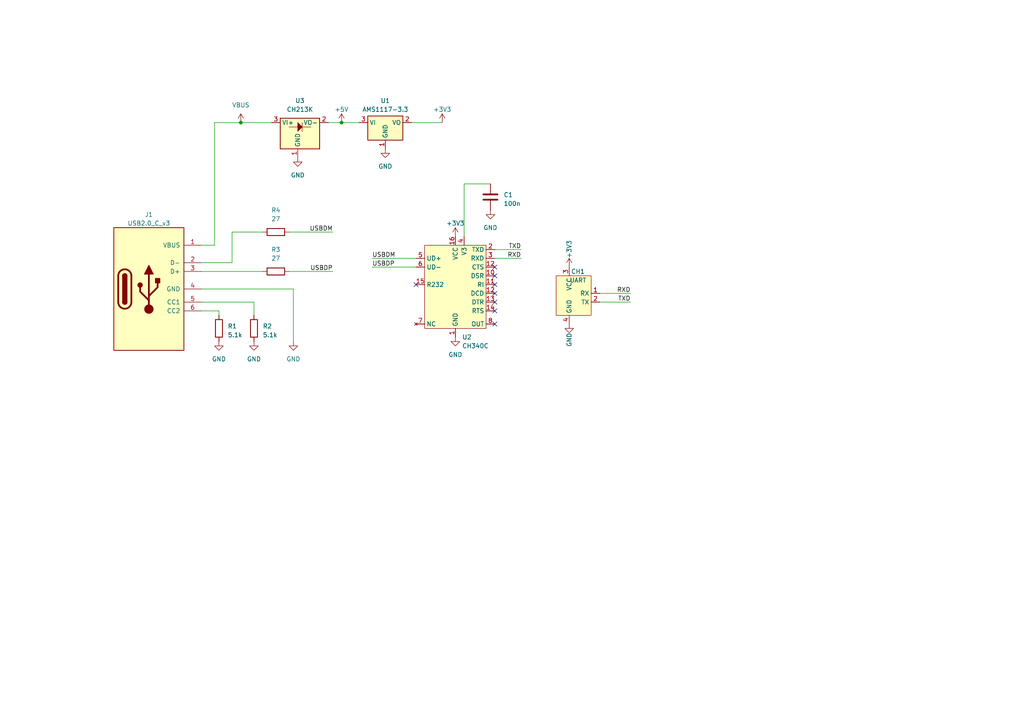
<source format=kicad_sch>
(kicad_sch (version 20230121) (generator eeschema)
  (paper "A4")
  (lib_symbols
    (symbol "$74th:+3.3V" (power) (pin_names (offset 0))
      (property "Value" "+3.3V" (at 0 3.556 0))
      (symbol "+3.3V_0_1"
        (polyline (pts (xy -0.762 1.27) (xy 0 2.54)))
        (polyline (pts (xy 0 0) (xy 0 2.54)))
        (polyline (pts (xy 0 2.54) (xy 0.762 1.27)))
      )
      (symbol "+3.3V_1_1"
        (pin power_in line (at 0 0 90) (length 0) hide (name "+3V3") (number "1"))
      )
    )
    (symbol "74th_ApplicationIC:CH340C_USB-UART"
      (property "Reference" "U" (at -6.35 7.62 0))
      (property "Value" "CH340C" (at 8.89 7.62 0))
      (symbol "CH340C_USB-UART_0_1"
        (rectangle (start -8.89 6.35) (end 8.89 -17.78) (stroke (width 0.1524)) (fill (type background)))
      )
      (symbol "CH340C_USB-UART_1_1"
        (pin power_in line (at 0 -20.32 90) (length 2.54) (name "GND") (number "1"))
        (pin output line (at 11.43 -2.54 180) (length 2.54) (name "DSR") (number "10"))
        (pin output line (at 11.43 -5.08 180) (length 2.54) (name "RI") (number "11"))
        (pin output line (at 11.43 0 180) (length 2.54) (name "CTS") (number "12"))
        (pin output line (at 11.43 -7.62 180) (length 2.54) (name "DCD") (number "12"))
        (pin output line (at 11.43 -10.16 180) (length 2.54) (name "DTR") (number "13"))
        (pin output line (at 11.43 -12.7 180) (length 2.54) (name "RTS") (number "14"))
        (pin input line (at -11.43 -5.08 0) (length 2.54) (name "R232") (number "15"))
        (pin power_in line (at 0 8.89 270) (length 2.54) (name "VCC") (number "16"))
        (pin output line (at 11.43 5.08 180) (length 2.54) (name "TXD") (number "2"))
        (pin input line (at 11.43 2.54 180) (length 2.54) (name "RXD") (number "3"))
        (pin power_out line (at 2.54 8.89 270) (length 2.54) (name "V3") (number "4"))
        (pin bidirectional line (at -11.43 2.54 0) (length 2.54) (name "UD+") (number "5"))
        (pin bidirectional line (at -11.43 0 0) (length 2.54) (name "UD-") (number "6"))
        (pin no_connect line (at -11.43 -16.51 0) (length 2.54) (name "NC") (number "7"))
        (pin output line (at 11.43 -16.51 180) (length 2.54) (name "OUT") (number "8"))
      )
    )
    (symbol "74th_Interface:UART_Grove_Host-Side"
      (property "Reference" "CH" (at -7.62 1.27 0))
      (property "Value" "UART_Grove_Host-Side" (at -7.62 -1.27 0))
      (symbol "UART_Grove_Host-Side_0_1"
        (rectangle (start -6.35 6.35) (end 3.81 -5.08) (stroke (width 0.1524)) (fill (type background)))
      )
      (symbol "UART_Grove_Host-Side_1_1"
        (pin input line (at 6.35 1.27 180) (length 2.54) (name "RX") (number "1"))
        (pin output line (at 6.35 -1.27 180) (length 2.54) (name "TX") (number "2"))
        (pin power_in line (at -2.54 8.89 270) (length 2.54) (name "VCC") (number "3"))
        (pin power_in line (at -2.54 -7.62 90) (length 2.54) (name "GND") (number "4"))
      )
    )
    (symbol "74th_Interface:USB_TypeC-2.0_Receptacle" (pin_names (offset 1.016))
      (property "Reference" "J" (at -10.16 19.05 0))
      (property "Value" "USB2.0-C_SMT" (at 15.24 19.05 0))
      (symbol "USB_TypeC-2.0_Receptacle_0_1"
        (rectangle (start -10.16 17.78) (end 10.16 -17.78) (stroke (width 0.254)) (fill (type background)))
        (arc (start -8.89 -3.81) (mid -6.985 -5.7067) (end -5.08 -3.81) (stroke (width 0.508)))
        (arc (start -7.62 -3.81) (mid -6.985 -4.4423) (end -6.35 -3.81) (stroke (width 0.254)))
        (arc (start -7.62 -3.81) (mid -6.985 -4.4423) (end -6.35 -3.81) (stroke (width 0.254)) (fill (type outline)))
        (rectangle (start -7.62 -3.81) (end -6.35 3.81) (stroke (width 0.254)) (fill (type outline)))
        (arc (start -6.35 3.81) (mid -6.985 4.4423) (end -7.62 3.81) (stroke (width 0.254)))
        (arc (start -6.35 3.81) (mid -6.985 4.4423) (end -7.62 3.81) (stroke (width 0.254)) (fill (type outline)))
        (arc (start -5.08 3.81) (mid -6.985 5.7067) (end -8.89 3.81) (stroke (width 0.508)))
        (circle (center -2.54 1.143) (radius 0.635) (stroke (width 0.254)) (fill (type outline)))
        (circle (center 0 -5.842) (radius 1.27) (fill (type outline)))
        (polyline (pts (xy -8.89 -3.81) (xy -8.89 3.81)) (stroke (width 0.508)))
        (polyline (pts (xy -5.08 3.81) (xy -5.08 -3.81)) (stroke (width 0.508)))
        (polyline (pts (xy 0 -5.842) (xy 0 4.318)) (stroke (width 0.508)))
        (polyline (pts (xy 0 -3.302) (xy -2.54 -0.762) (xy -2.54 0.508)) (stroke (width 0.508)))
        (polyline (pts (xy 0 -2.032) (xy 2.54 0.508) (xy 2.54 1.778)) (stroke (width 0.508)))
        (polyline (pts (xy -1.27 4.318) (xy 0 6.858) (xy 1.27 4.318) (xy -1.27 4.318)) (stroke (width 0.254)) (fill (type outline)))
        (rectangle (start 1.905 1.778) (end 3.175 3.048) (stroke (width 0.254)) (fill (type outline)))
      )
      (symbol "USB_TypeC-2.0_Receptacle_1_1"
        (pin power_out line (at 15.24 12.7 180) (length 5.08) (name "VBUS") (number "1"))
        (pin bidirectional line (at 15.24 7.62 180) (length 5.08) (name "D-") (number "2"))
        (pin bidirectional line (at 15.24 5.08 180) (length 5.08) (name "D+") (number "3"))
        (pin power_out line (at 15.24 0 180) (length 5.08) (name "GND") (number "4"))
        (pin input line (at 15.24 -3.81 180) (length 5.08) (name "CC1") (number "5"))
        (pin input line (at 15.24 -6.35 180) (length 5.08) (name "CC2") (number "6"))
      )
    )
    (symbol "74th_Passive:CH213K_Ideal-Diode-for-USB-Power"
      (property "Reference" "U" (at -3.81 6.35 0))
      (property "Value" "CH213K" (at 2.54 6.35 0))
      (symbol "CH213K_Ideal-Diode-for-USB-Power_0_1"
        (polyline (pts (xy -2.54 2.54) (xy 3.81 2.54)))
        (polyline (pts (xy 1.27 3.81) (xy 1.27 1.27)))
      )
      (symbol "CH213K_Ideal-Diode-for-USB-Power_1_1"
        (rectangle (start -5.08 5.08) (end 6.35 -3.81) (stroke (width 0.254)) (fill (type background)))
        (polyline (pts (xy 0 3.81) (xy 0 1.27) (xy 1.27 2.54) (xy 0 3.81)) (fill (type outline)))
        (pin power_in line (at 0 -6.35 90) (length 2.54) (name "GND") (number "1"))
        (pin power_out line (at 8.89 3.81 180) (length 2.54) (name "VO-") (number "2"))
        (pin power_in line (at -7.62 3.81 0) (length 2.54) (name "VI+") (number "3"))
      )
    )
    (symbol "Device:C" (pin_numbers hide) (pin_names (offset 0.254))
      (property "Reference" "C" (at 0.635 2.54 0))
      (property "Value" "C" (at 0.635 -2.54 0))
      (symbol "C_0_1"
        (polyline (pts (xy -2.032 -0.762) (xy 2.032 -0.762)) (stroke (width 0.508)))
        (polyline (pts (xy -2.032 0.762) (xy 2.032 0.762)) (stroke (width 0.508)))
      )
      (symbol "C_1_1"
        (pin passive line (at 0 3.81 270) (length 2.794) (name "~") (number "1"))
        (pin passive line (at 0 -3.81 90) (length 2.794) (name "~") (number "2"))
      )
    )
    (symbol "Device:R" (pin_numbers hide) (pin_names (offset 0))
      (property "Reference" "R" (at 2.032 0 90))
      (property "Value" "R" (at 0 0 90))
      (symbol "R_0_1"
        (rectangle (start -1.016 -2.54) (end 1.016 2.54) (stroke (width 0.254)))
      )
      (symbol "R_1_1"
        (pin passive line (at 0 3.81 270) (length 1.27) (name "~") (number "1"))
        (pin passive line (at 0 -3.81 90) (length 1.27) (name "~") (number "2"))
      )
    )
    (symbol "Regulator_Linear:AMS1117-3.3"
      (property "Reference" "U" (at -3.81 3.175 0))
      (property "Value" "AMS1117-3.3" (at 0 3.175 0))
      (symbol "AMS1117-3.3_0_1"
        (rectangle (start -5.08 -5.08) (end 5.08 1.905) (stroke (width 0.254)) (fill (type background)))
      )
      (symbol "AMS1117-3.3_1_1"
        (pin power_in line (at 0 -7.62 90) (length 2.54) (name "GND") (number "1"))
        (pin power_out line (at 7.62 0 180) (length 2.54) (name "VO") (number "2"))
        (pin power_in line (at -7.62 0 0) (length 2.54) (name "VI") (number "3"))
      )
    )
    (symbol "power:+5V" (power) (pin_names (offset 0))
      (property "Value" "+5V" (at 0 3.556 0))
      (symbol "+5V_0_1"
        (polyline (pts (xy -0.762 1.27) (xy 0 2.54)))
        (polyline (pts (xy 0 0) (xy 0 2.54)))
        (polyline (pts (xy 0 2.54) (xy 0.762 1.27)))
      )
      (symbol "+5V_1_1"
        (pin power_in line (at 0 0 90) (length 0) hide (name "+5V") (number "1"))
      )
    )
    (symbol "power:GND" (power) (pin_names (offset 0))
      (property "Value" "GND" (at 0 -3.81 0))
      (symbol "GND_0_1"
        (polyline (pts (xy 0 0) (xy 0 -1.27) (xy 1.27 -1.27) (xy 0 -2.54) (xy -1.27 -1.27) (xy 0 -1.27)))
      )
      (symbol "GND_1_1"
        (pin power_in line (at 0 0 270) (length 0) hide (name "GND") (number "1"))
      )
    )
    (symbol "power:VBUS" (power) (pin_names (offset 0))
      (property "Value" "VBUS" (at 0 3.81 0))
      (symbol "VBUS_0_1"
        (polyline (pts (xy -0.762 1.27) (xy 0 2.54)))
        (polyline (pts (xy 0 0) (xy 0 2.54)))
        (polyline (pts (xy 0 2.54) (xy 0.762 1.27)))
      )
      (symbol "VBUS_1_1"
        (pin power_in line (at 0 0 90) (length 0) hide (name "VBUS") (number "1"))
      )
    )
  )
  (junction (at 99.06 35.56))
  (junction (at 69.85 35.56))
  (no_connect (at 143.51 93.98))
  (no_connect (at 143.51 80.01))
  (no_connect (at 120.65 82.55))
  (no_connect (at 143.51 77.47))
  (no_connect (at 143.51 85.09))
  (no_connect (at 143.51 82.55))
  (no_connect (at 143.51 87.63))
  (no_connect (at 143.51 90.17))
  (wire (pts (xy 134.62 53.34) (xy 134.62 68.58)))
  (wire (pts (xy 143.51 72.39) (xy 151.13 72.39)))
  (wire (pts (xy 107.95 77.47) (xy 120.65 77.47)))
  (wire (pts (xy 69.85 35.56) (xy 78.74 35.56)))
  (wire (pts (xy 62.23 35.56) (xy 62.23 71.12)))
  (wire (pts (xy 58.42 87.63) (xy 73.66 87.63)))
  (wire (pts (xy 58.42 76.2) (xy 67.31 76.2)))
  (wire (pts (xy 76.2 67.31) (xy 67.31 67.31)))
  (wire (pts (xy 58.42 83.82) (xy 85.09 83.82)))
  (wire (pts (xy 83.82 67.31) (xy 96.52 67.31)))
  (wire (pts (xy 119.38 35.56) (xy 128.27 35.56)))
  (wire (pts (xy 99.06 35.56) (xy 104.14 35.56)))
  (wire (pts (xy 83.82 78.74) (xy 96.52 78.74)))
  (wire (pts (xy 107.95 74.93) (xy 120.65 74.93)))
  (wire (pts (xy 58.42 71.12) (xy 62.23 71.12)))
  (wire (pts (xy 63.5 90.17) (xy 63.5 91.44)))
  (wire (pts (xy 58.42 90.17) (xy 63.5 90.17)))
  (wire (pts (xy 95.25 35.56) (xy 99.06 35.56)))
  (wire (pts (xy 62.23 35.56) (xy 69.85 35.56)))
  (wire (pts (xy 73.66 87.63) (xy 73.66 91.44)))
  (wire (pts (xy 134.62 53.34) (xy 142.24 53.34)))
  (wire (pts (xy 85.09 83.82) (xy 85.09 99.06)))
  (wire (pts (xy 67.31 67.31) (xy 67.31 76.2)))
  (wire (pts (xy 182.88 87.63) (xy 173.99 87.63)))
  (wire (pts (xy 182.88 85.09) (xy 173.99 85.09)))
  (wire (pts (xy 143.51 74.93) (xy 151.13 74.93)))
  (wire (pts (xy 58.42 78.74) (xy 76.2 78.74)))
  (label "RXD" (at 182.88 85.09 180))
  (label "RXD" (at 151.13 74.93 180))
  (label "USBDM" (at 107.95 74.93 0))
  (label "USBDP" (at 107.95 77.47 0))
  (label "TXD" (at 151.13 72.39 180))
  (label "USBDP" (at 96.52 78.74 180))
  (label "USBDM" (at 96.52 67.31 180))
  (label "TXD" (at 182.88 87.63 180))
  (symbol (lib_id "power:GND") (at 132.08 97.79 0) (unit 1)
    (property "Reference" "#PWR09" (effects hide))
    (property "Value" "GND" (at 132.08 102.87 0))
  )
  (symbol (lib_id "power:GND") (at 142.24 60.96 0) (unit 1)
    (property "Reference" "#PWR08" (effects hide))
    (property "Value" "GND" (at 142.24 66.04 0))
  )
  (symbol (lib_id "74th_Interface:USB_TypeC-2.0_Receptacle") (at 43.18 83.82 0) (unit 1)
    (property "Reference" "J1" (at 43.18 62.23 0))
    (property "Value" "USB2.0_C_v3" (at 43.18 64.77 0))
    (property "Footprint" "74th:Connector_USB-C-Receptacle_SMT_12-Pin_Simple" (effects hide))
    (property "Datasheet" "https://www.usb.org/sites/default/files/documents/usb_type-c.zip" (effects hide))
  )
  (symbol (lib_id "74th_Interface:UART_Grove_Host-Side") (at 167.64 86.36 0) (unit 1)
    (property "Reference" "CH1" (at 167.64 78.74 0))
    (property "Value" "UART" (at 167.64 81.28 0))
    (property "Footprint" "74th:Connector_HY-2.0_SMD_4Pin" (effects hide))
  )
  (symbol (lib_id "power:GND") (at 63.5 99.06 0) (unit 1)
    (property "Reference" "#PWR01" (effects hide))
    (property "Value" "GND" (at 63.5 104.14 0))
  )
  (symbol (lib_id "Device:C") (at 142.24 57.15 0) (unit 1)
    (property "Reference" "C1" (at 146.05 56.515 0) (effects (justify left)))
    (property "Value" "100n" (at 146.05 59.055 0) (effects (justify left)))
    (property "Footprint" "74th:Capacitor_0805_2012" (effects hide))
  )
  (symbol (lib_id "power:VBUS") (at 69.85 35.56 0) (unit 1)
    (property "Reference" "#PWR012" (effects hide))
    (property "Value" "VBUS" (at 69.85 30.48 0))
  )
  (symbol (lib_id "74th_Passive:CH213K_Ideal-Diode-for-USB-Power") (at 86.36 39.37 0) (unit 1)
    (property "Reference" "U3" (at 86.995 29.21 0))
    (property "Value" "CH213K" (at 86.995 31.75 0))
    (property "Footprint" "74th:Package_SOT-23" (effects hide))
  )
  (symbol (lib_id "Device:R") (at 80.01 67.31 270) (unit 1)
    (property "Reference" "R4" (at 80.01 60.96 90))
    (property "Value" "27" (at 80.01 63.5 90))
    (property "Footprint" "74th:Register_0805_2012" (effects hide))
  )
  (symbol (lib_id "power:GND") (at 111.76 43.18 0) (unit 1)
    (property "Reference" "#PWR06" (effects hide))
    (property "Value" "GND" (at 111.76 48.26 0))
  )
  (symbol (lib_id "power:GND") (at 85.09 99.06 0) (unit 1)
    (property "Reference" "#PWR03" (effects hide))
    (property "Value" "GND" (at 85.09 104.14 0))
  )
  (symbol (lib_id "Device:R") (at 63.5 95.25 0) (unit 1)
    (property "Reference" "R1" (at 66.04 94.615 0) (effects (justify left)))
    (property "Value" "5.1k" (at 66.04 97.155 0) (effects (justify left)))
    (property "Footprint" "74th:Register_0805_2012" (effects hide))
  )
  (symbol (lib_id "Device:R") (at 73.66 95.25 0) (unit 1)
    (property "Reference" "R2" (at 76.2 94.615 0) (effects (justify left)))
    (property "Value" "5.1k" (at 76.2 97.155 0) (effects (justify left)))
    (property "Footprint" "74th:Register_0805_2012" (effects hide))
  )
  (symbol (lib_id "$74th:+3.3V") (at 165.1 77.47 0) (unit 1)
    (property "Reference" "#PWR010" (effects hide))
    (property "Value" "+3.3V" (at 165.1 74.93 90) (effects (justify left)))
  )
  (symbol (lib_id "power:GND") (at 73.66 99.06 0) (unit 1)
    (property "Reference" "#PWR02" (effects hide))
    (property "Value" "GND" (at 73.66 104.14 0))
  )
  (symbol (lib_id "74th_ApplicationIC:CH340C_USB-UART") (at 132.08 77.47 0) (unit 1)
    (property "Reference" "U2" (at 134.0359 97.79 0) (effects (justify left)))
    (property "Value" "CH340C" (at 134.0359 100.33 0) (effects (justify left)))
    (property "Footprint" "74th:Package_SOIC-16_3.9x9.9mm_P1.27mm" (effects hide))
  )
  (symbol (lib_id "power:GND") (at 165.1 93.98 0) (unit 1)
    (property "Reference" "#PWR011" (effects hide))
    (property "Value" "GND" (at 165.1 96.52 90) (effects (justify right)))
  )
  (symbol (lib_id "power:+5V") (at 99.06 35.56 0) (unit 1)
    (property "Reference" "#PWR04" (effects hide))
    (property "Value" "+5V" (at 99.06 31.75 0))
  )
  (symbol (lib_id "power:GND") (at 86.36 45.72 0) (unit 1)
    (property "Reference" "#PWR013" (effects hide))
    (property "Value" "GND" (at 86.36 50.8 0))
  )
  (symbol (lib_id "Device:R") (at 80.01 78.74 270) (unit 1)
    (property "Reference" "R3" (at 80.01 72.39 90))
    (property "Value" "27" (at 80.01 74.93 90))
    (property "Footprint" "74th:Register_0805_2012" (effects hide))
  )
  (symbol (lib_id "$74th:+3.3V") (at 128.27 35.56 0) (unit 1)
    (property "Reference" "#PWR05" (effects hide))
    (property "Value" "+3.3V" (at 128.27 31.75 0))
  )
  (symbol (lib_id "Regulator_Linear:AMS1117-3.3") (at 111.76 35.56 0) (unit 1)
    (property "Reference" "U1" (at 111.76 29.21 0))
    (property "Value" "AMS1117-3.3" (at 111.76 31.75 0))
    (property "Footprint" "74th:Package_SOT-223-3" (effects hide))
    (property "Datasheet" "http://www.advanced-monolithic.com/pdf/ds1117.pdf" (effects hide))
  )
  (symbol (lib_id "$74th:+3.3V") (at 132.08 68.58 0) (unit 1)
    (property "Reference" "#PWR07" (effects hide))
    (property "Value" "+3.3V" (at 132.08 64.77 0))
  )
)
</source>
